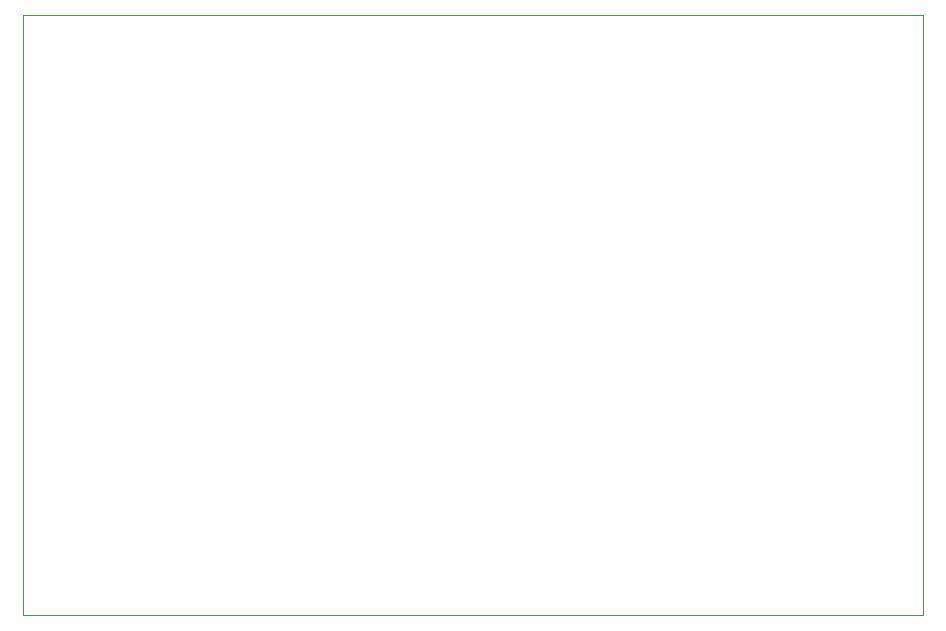
<source format=gbr>
G04 (created by PCBNEW (2013-07-07 BZR 4022)-stable) date 5/29/2014 5:34:06 PM*
%MOIN*%
G04 Gerber Fmt 3.4, Leading zero omitted, Abs format*
%FSLAX34Y34*%
G01*
G70*
G90*
G04 APERTURE LIST*
%ADD10C,0.00590551*%
%ADD11C,0.00393701*%
G04 APERTURE END LIST*
G54D10*
G54D11*
X6000Y-26000D02*
X6000Y-6000D01*
X36000Y-26000D02*
X6000Y-26000D01*
X36000Y-6000D02*
X36000Y-26000D01*
X6000Y-6000D02*
X36000Y-6000D01*
M02*

</source>
